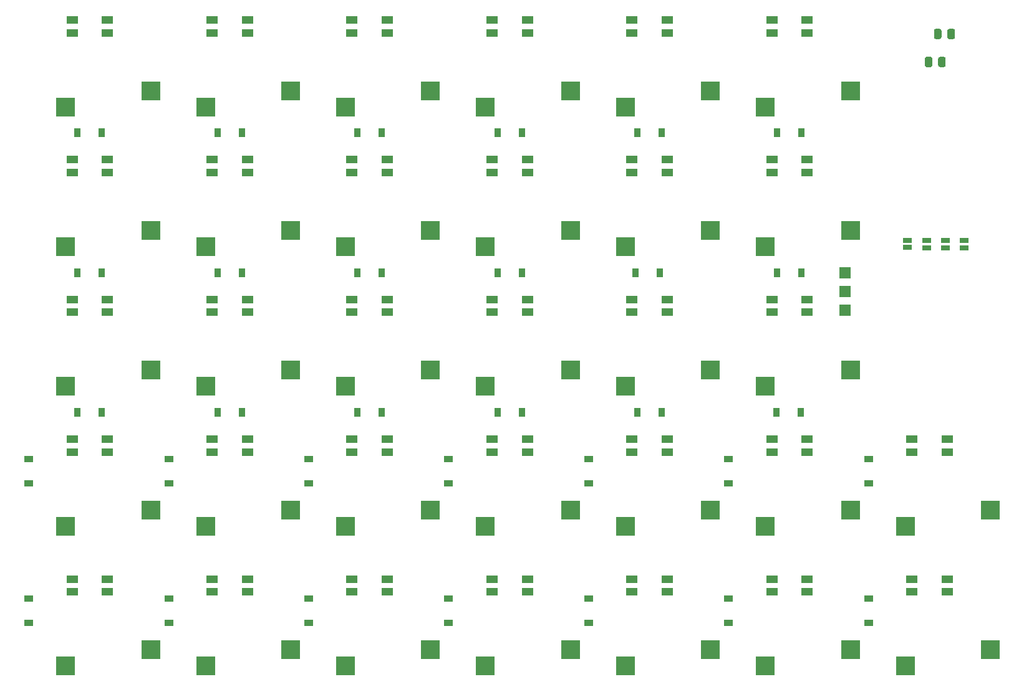
<source format=gbr>
G04 #@! TF.GenerationSoftware,KiCad,Pcbnew,(5.1.10)-1*
G04 #@! TF.CreationDate,2021-12-23T18:39:06+01:00*
G04 #@! TF.ProjectId,helixhschoc,68656c69-7868-4736-9368-6f632e6b6963,rev?*
G04 #@! TF.SameCoordinates,Original*
G04 #@! TF.FileFunction,Paste,Top*
G04 #@! TF.FilePolarity,Positive*
%FSLAX46Y46*%
G04 Gerber Fmt 4.6, Leading zero omitted, Abs format (unit mm)*
G04 Created by KiCad (PCBNEW (5.1.10)-1) date 2021-12-23 18:39:06*
%MOMM*%
%LPD*%
G01*
G04 APERTURE LIST*
%ADD10R,1.143000X0.635000*%
%ADD11R,1.524000X1.524000*%
%ADD12R,1.600000X1.000000*%
%ADD13R,2.600000X2.600000*%
%ADD14R,1.200000X0.900000*%
%ADD15R,0.900000X1.200000*%
G04 APERTURE END LIST*
D10*
X198473920Y-81244560D03*
X198473920Y-80243800D03*
X201032540Y-81302920D03*
X201032540Y-80302160D03*
X203575080Y-81302920D03*
X203575080Y-80302160D03*
X206112540Y-81302920D03*
X206112540Y-80302160D03*
D11*
X189975080Y-84662860D03*
X189975080Y-87202860D03*
X189975080Y-89742860D03*
D12*
X199030540Y-126302540D03*
X199030540Y-128052540D03*
X203830540Y-126302540D03*
X203830540Y-128052540D03*
X180030540Y-126302540D03*
X180030540Y-128052540D03*
X184830540Y-126302540D03*
X184830540Y-128052540D03*
X161030540Y-126302540D03*
X161030540Y-128052540D03*
X165830540Y-126302540D03*
X165830540Y-128052540D03*
X142030540Y-126302540D03*
X142030540Y-128052540D03*
X146830540Y-126302540D03*
X146830540Y-128052540D03*
X123030540Y-126302540D03*
X123030540Y-128052540D03*
X127830540Y-126302540D03*
X127830540Y-128052540D03*
X104030540Y-126302540D03*
X104030540Y-128052540D03*
X108830540Y-126302540D03*
X108830540Y-128052540D03*
X85030540Y-126302540D03*
X85030540Y-128052540D03*
X89830540Y-126302540D03*
X89830540Y-128052540D03*
X203830540Y-109052540D03*
X203830540Y-107302540D03*
X199030540Y-109052540D03*
X199030540Y-107302540D03*
X184830540Y-109052540D03*
X184830540Y-107302540D03*
X180030540Y-109052540D03*
X180030540Y-107302540D03*
X165830540Y-109052540D03*
X165830540Y-107302540D03*
X161030540Y-109052540D03*
X161030540Y-107302540D03*
X146830540Y-109052540D03*
X146830540Y-107302540D03*
X142030540Y-109052540D03*
X142030540Y-107302540D03*
X127830540Y-109052540D03*
X127830540Y-107302540D03*
X123030540Y-109052540D03*
X123030540Y-107302540D03*
X108830540Y-109052540D03*
X108830540Y-107302540D03*
X104030540Y-109052540D03*
X104030540Y-107302540D03*
X89830540Y-109052540D03*
X89830540Y-107302540D03*
X85030540Y-109052540D03*
X85030540Y-107302540D03*
X180030540Y-88302540D03*
X180030540Y-90052540D03*
X184830540Y-88302540D03*
X184830540Y-90052540D03*
X161030540Y-88302540D03*
X161030540Y-90052540D03*
X165830540Y-88302540D03*
X165830540Y-90052540D03*
X142030540Y-88302540D03*
X142030540Y-90052540D03*
X146830540Y-88302540D03*
X146830540Y-90052540D03*
X123030540Y-88302540D03*
X123030540Y-90052540D03*
X127830540Y-88302540D03*
X127830540Y-90052540D03*
X104030540Y-88302540D03*
X104030540Y-90052540D03*
X108830540Y-88302540D03*
X108830540Y-90052540D03*
X85030540Y-88302540D03*
X85030540Y-90052540D03*
X89830540Y-88302540D03*
X89830540Y-90052540D03*
X184830540Y-71052540D03*
X184830540Y-69302540D03*
X180030540Y-71052540D03*
X180030540Y-69302540D03*
X165830540Y-71052540D03*
X165830540Y-69302540D03*
X161030540Y-71052540D03*
X161030540Y-69302540D03*
X146830540Y-71052540D03*
X146830540Y-69302540D03*
X142030540Y-71052540D03*
X142030540Y-69302540D03*
X127830540Y-71052540D03*
X127830540Y-69302540D03*
X123030540Y-71052540D03*
X123030540Y-69302540D03*
X108830540Y-71052540D03*
X108830540Y-69302540D03*
X104030540Y-71052540D03*
X104030540Y-69302540D03*
X89830540Y-71052540D03*
X89830540Y-69302540D03*
X85030540Y-71052540D03*
X85030540Y-69302540D03*
X180030540Y-50302540D03*
X180030540Y-52052540D03*
X184830540Y-50302540D03*
X184830540Y-52052540D03*
X161030540Y-50302540D03*
X161030540Y-52052540D03*
X165830540Y-50302540D03*
X165830540Y-52052540D03*
X142030540Y-50302540D03*
X142030540Y-52052540D03*
X146830540Y-50302540D03*
X146830540Y-52052540D03*
X123030540Y-50302540D03*
X123030540Y-52052540D03*
X127830540Y-50302540D03*
X127830540Y-52052540D03*
X104030540Y-50302540D03*
X104030540Y-52052540D03*
X108830540Y-50302540D03*
X108830540Y-52052540D03*
X85030540Y-50302540D03*
X85030540Y-52052540D03*
X89830540Y-50302540D03*
X89830540Y-52052540D03*
D13*
X141155540Y-119127540D03*
X152705540Y-116927540D03*
X141155540Y-81127540D03*
X152705540Y-78927540D03*
X160155540Y-81127540D03*
X171705540Y-78927540D03*
X160155540Y-100127540D03*
X171705540Y-97927540D03*
X122155540Y-119127540D03*
X133705540Y-116927540D03*
X122155540Y-100127540D03*
X133705540Y-97927540D03*
X179155540Y-100127540D03*
X190705540Y-97927540D03*
X160155540Y-119127540D03*
X171705540Y-116927540D03*
X84155540Y-119127540D03*
X95705540Y-116927540D03*
X103155540Y-119127540D03*
X114705540Y-116927540D03*
X179155540Y-81127540D03*
X190705540Y-78927540D03*
X179155540Y-62127540D03*
X190705540Y-59927540D03*
X84155540Y-81127540D03*
X95705540Y-78927540D03*
X103155540Y-81127540D03*
X114705540Y-78927540D03*
X103155540Y-100127540D03*
X114705540Y-97927540D03*
X84155540Y-100127540D03*
X95705540Y-97927540D03*
X141155540Y-100127540D03*
X152705540Y-97927540D03*
X122155540Y-81127540D03*
X133705540Y-78927540D03*
D14*
X117155540Y-132291940D03*
X117155540Y-128991940D03*
D15*
X142780540Y-103677540D03*
X146080540Y-103677540D03*
X161780540Y-103677540D03*
X165080540Y-103677540D03*
D14*
X79155540Y-113291940D03*
X79155540Y-109991940D03*
X155155540Y-113291940D03*
X155155540Y-109991940D03*
D15*
X180678940Y-103677540D03*
X183978940Y-103677540D03*
D14*
X98155540Y-113291940D03*
X98155540Y-109991940D03*
X117155540Y-113291940D03*
X117155540Y-109991940D03*
X136155540Y-113291940D03*
X136155540Y-109991940D03*
X174155540Y-113291940D03*
X174155540Y-109991940D03*
X155155540Y-132291940D03*
X155155540Y-128991940D03*
X174155540Y-132291940D03*
X174155540Y-128991940D03*
X98155540Y-132291940D03*
X98155540Y-128991940D03*
X136155540Y-132291940D03*
X136155540Y-128991940D03*
D15*
X123780540Y-103677540D03*
X127080540Y-103677540D03*
D14*
X193155540Y-132291940D03*
X193155540Y-128991940D03*
X79155540Y-128991940D03*
X79155540Y-132291940D03*
D15*
X123780540Y-84677540D03*
X127080540Y-84677540D03*
X184080540Y-65677540D03*
X180780540Y-65677540D03*
X85780540Y-65677540D03*
X89080540Y-65677540D03*
X85780540Y-84677540D03*
X89080540Y-84677540D03*
X104780540Y-103677540D03*
X108080540Y-103677540D03*
X104780540Y-65677540D03*
X108080540Y-65677540D03*
X146080540Y-65677540D03*
X142780540Y-65677540D03*
X165080540Y-65677540D03*
X161780540Y-65677540D03*
X104780540Y-84677540D03*
X108080540Y-84677540D03*
X161511140Y-84677540D03*
X164811140Y-84677540D03*
X180780540Y-84677540D03*
X184080540Y-84677540D03*
X142780540Y-84677540D03*
X146080540Y-84677540D03*
X85780540Y-103677540D03*
X89080540Y-103677540D03*
D13*
X198155540Y-138127540D03*
X209705540Y-135927540D03*
X179155540Y-119127540D03*
X190705540Y-116927540D03*
X103155540Y-138127540D03*
X114705540Y-135927540D03*
X198155540Y-119127540D03*
X209705540Y-116927540D03*
X122155540Y-138127540D03*
X133705540Y-135927540D03*
X84155540Y-138127540D03*
X95705540Y-135927540D03*
X141155540Y-138127540D03*
X152705540Y-135927540D03*
X160155540Y-138127540D03*
X171705540Y-135927540D03*
X179155540Y-138127540D03*
X190705540Y-135927540D03*
X160155540Y-62127540D03*
X171705540Y-59927540D03*
G36*
G01*
X202039160Y-52672402D02*
X202039160Y-51772398D01*
G75*
G02*
X202289158Y-51522400I249998J0D01*
G01*
X202814162Y-51522400D01*
G75*
G02*
X203064160Y-51772398I0J-249998D01*
G01*
X203064160Y-52672402D01*
G75*
G02*
X202814162Y-52922400I-249998J0D01*
G01*
X202289158Y-52922400D01*
G75*
G02*
X202039160Y-52672402I0J249998D01*
G01*
G37*
G36*
G01*
X203864160Y-52672402D02*
X203864160Y-51772398D01*
G75*
G02*
X204114158Y-51522400I249998J0D01*
G01*
X204639162Y-51522400D01*
G75*
G02*
X204889160Y-51772398I0J-249998D01*
G01*
X204889160Y-52672402D01*
G75*
G02*
X204639162Y-52922400I-249998J0D01*
G01*
X204114158Y-52922400D01*
G75*
G02*
X203864160Y-52672402I0J249998D01*
G01*
G37*
G36*
G01*
X200790650Y-56474782D02*
X200790650Y-55574778D01*
G75*
G02*
X201040648Y-55324780I249998J0D01*
G01*
X201565652Y-55324780D01*
G75*
G02*
X201815650Y-55574778I0J-249998D01*
G01*
X201815650Y-56474782D01*
G75*
G02*
X201565652Y-56724780I-249998J0D01*
G01*
X201040648Y-56724780D01*
G75*
G02*
X200790650Y-56474782I0J249998D01*
G01*
G37*
G36*
G01*
X202615650Y-56474782D02*
X202615650Y-55574778D01*
G75*
G02*
X202865648Y-55324780I249998J0D01*
G01*
X203390652Y-55324780D01*
G75*
G02*
X203640650Y-55574778I0J-249998D01*
G01*
X203640650Y-56474782D01*
G75*
G02*
X203390652Y-56724780I-249998J0D01*
G01*
X202865648Y-56724780D01*
G75*
G02*
X202615650Y-56474782I0J249998D01*
G01*
G37*
D14*
X193155540Y-113291940D03*
X193155540Y-109991940D03*
D13*
X103155540Y-62127540D03*
X114705540Y-59927540D03*
X122155540Y-62127540D03*
X133705540Y-59927540D03*
X141155540Y-62127540D03*
X152705540Y-59927540D03*
D15*
X123780540Y-65677540D03*
X127080540Y-65677540D03*
D13*
X84155540Y-62127540D03*
X95705540Y-59927540D03*
M02*

</source>
